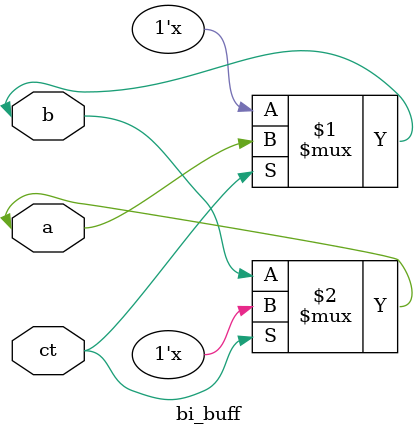
<source format=v>
module bi_buff(a,b,ct);
inout a,b;
input ct;

bufif1 b1(b,a,ct);
bufif0 b2(a,b,ct);

endmodule
</source>
